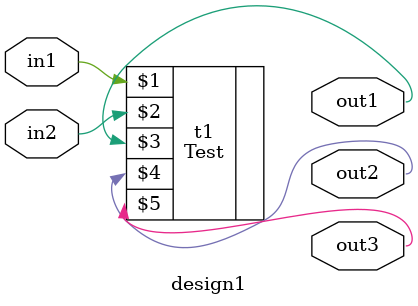
<source format=v>
module design1 (in1, in2, out1, out2, out3);

	input in1, in2;
	output out1, out2, out3;

	Test t1 (in1, in2, out1, out2, out3);

endmodule
</source>
